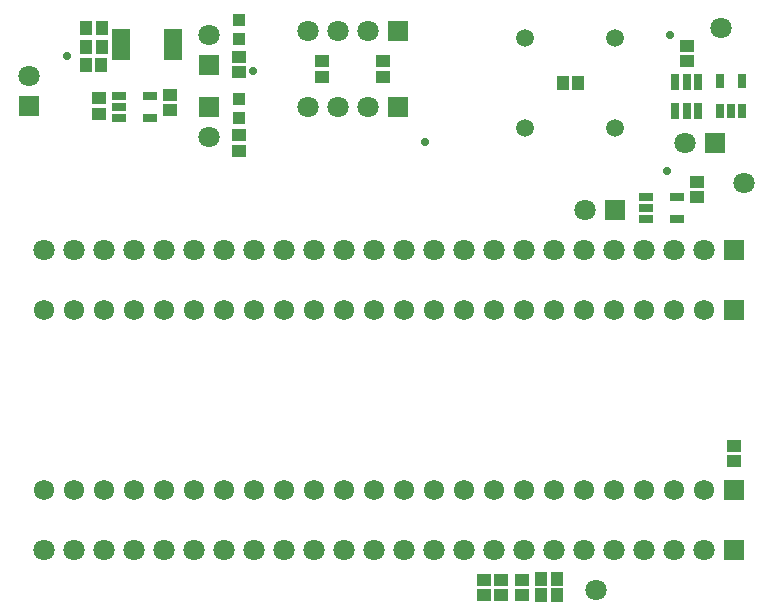
<source format=gts>
G04*
G04 #@! TF.GenerationSoftware,Altium Limited,Altium Designer,20.1.12 (249)*
G04*
G04 Layer_Color=8388736*
%FSLAX44Y44*%
%MOMM*%
G71*
G04*
G04 #@! TF.SameCoordinates,28A8639E-1F06-4054-8E9C-96101E26D361*
G04*
G04*
G04 #@! TF.FilePolarity,Negative*
G04*
G01*
G75*
%ADD20R,1.1432X1.0332*%
%ADD21R,1.0332X1.1432*%
%ADD22R,1.2532X0.8032*%
%ADD23R,0.8032X1.2532*%
%ADD24R,1.6270X0.6618*%
%ADD25R,0.8032X1.4032*%
%ADD26R,1.0032X1.0032*%
%ADD27C,1.8032*%
%ADD28R,1.8032X1.8032*%
%ADD29R,1.8032X1.8032*%
%ADD30C,1.7232*%
%ADD31R,1.7232X1.7232*%
%ADD32C,1.5132*%
%ADD33C,0.7016*%
D20*
X590685Y368600D02*
D03*
Y355400D02*
D03*
X410000Y18400D02*
D03*
Y31600D02*
D03*
X442000D02*
D03*
Y18400D02*
D03*
X425000Y31600D02*
D03*
Y18400D02*
D03*
X273250Y457400D02*
D03*
Y470600D02*
D03*
X325000Y457400D02*
D03*
Y470600D02*
D03*
X144159Y428900D02*
D03*
Y442100D02*
D03*
X84174Y426150D02*
D03*
Y439350D02*
D03*
X202750Y394581D02*
D03*
Y407781D02*
D03*
X203043Y474387D02*
D03*
Y461186D02*
D03*
X581750Y483635D02*
D03*
Y470435D02*
D03*
X622000Y144943D02*
D03*
Y131742D02*
D03*
D21*
X458400Y19000D02*
D03*
X471600D02*
D03*
Y31750D02*
D03*
X458400D02*
D03*
X73258Y482807D02*
D03*
X86459D02*
D03*
X73258Y498250D02*
D03*
X86459D02*
D03*
X73008Y467365D02*
D03*
X86208D02*
D03*
X476900Y451750D02*
D03*
X490100D02*
D03*
D22*
X547692Y355792D02*
D03*
Y346292D02*
D03*
Y336792D02*
D03*
X573692D02*
D03*
Y355792D02*
D03*
X101167Y441389D02*
D03*
Y431889D02*
D03*
Y422389D02*
D03*
X127167D02*
D03*
Y441389D02*
D03*
D23*
X610043Y428000D02*
D03*
X619543D02*
D03*
X629043D02*
D03*
Y454000D02*
D03*
X610043D02*
D03*
D24*
X102902Y494750D02*
D03*
Y488250D02*
D03*
Y481750D02*
D03*
Y475250D02*
D03*
X147098D02*
D03*
Y481750D02*
D03*
Y488250D02*
D03*
Y494750D02*
D03*
D25*
X572250Y453243D02*
D03*
X581750D02*
D03*
X591250D02*
D03*
Y428243D02*
D03*
X581750D02*
D03*
X572250D02*
D03*
D26*
X202743Y438474D02*
D03*
Y422474D02*
D03*
Y505079D02*
D03*
Y489079D02*
D03*
D27*
X630000Y367308D02*
D03*
X611000Y499000D02*
D03*
X505000Y23000D02*
D03*
X37900Y56800D02*
D03*
X63300D02*
D03*
X88700D02*
D03*
X114100D02*
D03*
X139500D02*
D03*
X266500D02*
D03*
X342700D02*
D03*
X368100D02*
D03*
X393500D02*
D03*
X444300D02*
D03*
X469700D02*
D03*
X520500D02*
D03*
X571300D02*
D03*
X596700D02*
D03*
X545900D02*
D03*
X495100D02*
D03*
X418900D02*
D03*
X317300D02*
D03*
X291900D02*
D03*
X241100D02*
D03*
X215700D02*
D03*
X190300D02*
D03*
X164900D02*
D03*
X25000Y457700D02*
D03*
X37900Y310800D02*
D03*
X63300D02*
D03*
X88700D02*
D03*
X114100D02*
D03*
X139500D02*
D03*
X266500D02*
D03*
X342700D02*
D03*
X368100D02*
D03*
X393500D02*
D03*
X444300D02*
D03*
X469700D02*
D03*
X520500D02*
D03*
X571300D02*
D03*
X596700D02*
D03*
X545900D02*
D03*
X495100D02*
D03*
X418900D02*
D03*
X317300D02*
D03*
X291900D02*
D03*
X241100D02*
D03*
X215700D02*
D03*
X190300D02*
D03*
X164900D02*
D03*
X495300Y344743D02*
D03*
X580300Y401250D02*
D03*
X261150Y495750D02*
D03*
X286550D02*
D03*
X311950D02*
D03*
X261150Y432058D02*
D03*
X286550D02*
D03*
X311950D02*
D03*
X177750Y406707D02*
D03*
Y492950D02*
D03*
D28*
X622100Y56800D02*
D03*
Y310800D02*
D03*
X520700Y344743D02*
D03*
X605700Y401250D02*
D03*
X337350Y495750D02*
D03*
Y432058D02*
D03*
D29*
X25000Y432300D02*
D03*
X177750Y432107D02*
D03*
Y467550D02*
D03*
D30*
X215700Y107600D02*
D03*
X241100D02*
D03*
X342700D02*
D03*
X393500D02*
D03*
X469700D02*
D03*
X571300D02*
D03*
X596700D02*
D03*
X545900D02*
D03*
X520500D02*
D03*
X495100D02*
D03*
X444300D02*
D03*
X418900D02*
D03*
X368100D02*
D03*
X317300D02*
D03*
X291900D02*
D03*
X266500D02*
D03*
X190300D02*
D03*
X164900D02*
D03*
X139500D02*
D03*
X114100D02*
D03*
X88700D02*
D03*
X63300D02*
D03*
X37900D02*
D03*
X215700Y260000D02*
D03*
X241100D02*
D03*
X342700D02*
D03*
X393500D02*
D03*
X469700D02*
D03*
X571300D02*
D03*
X596700D02*
D03*
X545900D02*
D03*
X520500D02*
D03*
X495100D02*
D03*
X444300D02*
D03*
X418900D02*
D03*
X368100D02*
D03*
X317300D02*
D03*
X291900D02*
D03*
X266500D02*
D03*
X190300D02*
D03*
X164900D02*
D03*
X139500D02*
D03*
X114100D02*
D03*
X88700D02*
D03*
X63300D02*
D03*
X37900D02*
D03*
D31*
X622100Y107600D02*
D03*
Y260000D02*
D03*
D32*
X445000Y413800D02*
D03*
X521200D02*
D03*
Y490000D02*
D03*
X445000D02*
D03*
D33*
X360000Y402500D02*
D03*
X215000Y462500D02*
D03*
X567500Y492500D02*
D03*
X565000Y377500D02*
D03*
X57500Y475000D02*
D03*
M02*

</source>
